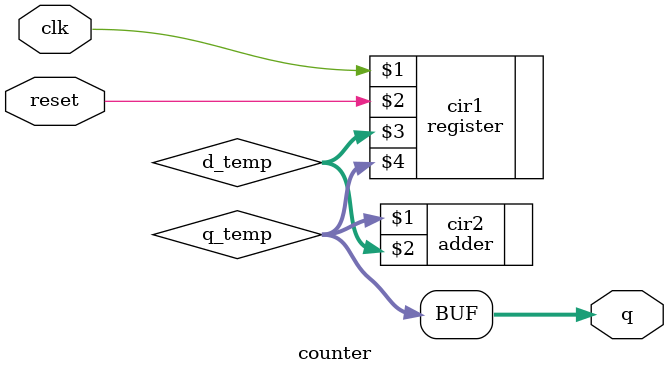
<source format=v>

module counter(input clk, input reset, output [6:0] q);
    wire [6:0] d_temp;
    wire [6:0] q_temp;
    
    register cir1(clk, reset, d_temp, q_temp);
    adder cir2(q_temp, d_temp);
    assign q = q_temp;
endmodule

</source>
